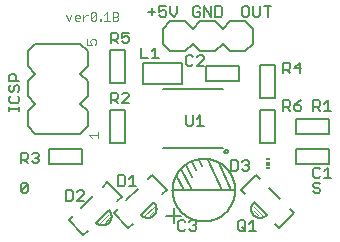
<source format=gto>
G75*
%MOIN*%
%OFA0B0*%
%FSLAX25Y25*%
%IPPOS*%
%LPD*%
%AMOC8*
5,1,8,0,0,1.08239X$1,22.5*
%
%ADD10C,0.00500*%
%ADD11C,0.00400*%
%ADD12C,0.00600*%
%ADD13C,0.00200*%
%ADD14R,0.01181X0.00591*%
%ADD15R,0.01181X0.01181*%
%ADD16C,0.00300*%
%ADD17C,0.00800*%
D10*
X0022073Y0016750D02*
X0023824Y0016750D01*
X0024408Y0017334D01*
X0024408Y0019669D01*
X0023824Y0020253D01*
X0022073Y0020253D01*
X0022073Y0016750D01*
X0025756Y0016750D02*
X0028091Y0019085D01*
X0028091Y0019669D01*
X0027508Y0020253D01*
X0026340Y0020253D01*
X0025756Y0019669D01*
X0025756Y0016750D02*
X0028091Y0016750D01*
X0039573Y0021750D02*
X0041324Y0021750D01*
X0041908Y0022334D01*
X0041908Y0024669D01*
X0041324Y0025253D01*
X0039573Y0025253D01*
X0039573Y0021750D01*
X0043256Y0021750D02*
X0045591Y0021750D01*
X0044424Y0021750D02*
X0044424Y0025253D01*
X0043256Y0024085D01*
X0057573Y0020250D02*
X0061573Y0020250D01*
X0058823Y0025250D01*
X0060323Y0027250D02*
X0064073Y0020250D01*
X0074073Y0020250D01*
X0069573Y0030250D01*
X0067573Y0028140D02*
X0066573Y0030250D01*
X0064073Y0029750D02*
X0065573Y0027000D01*
X0064073Y0024750D02*
X0062073Y0028750D01*
X0073073Y0029250D02*
X0077073Y0020250D01*
X0078573Y0020250D01*
X0077073Y0020250D02*
X0074073Y0020250D01*
X0057640Y0020250D02*
X0057643Y0020506D01*
X0057653Y0020762D01*
X0057668Y0021017D01*
X0057690Y0021273D01*
X0057718Y0021527D01*
X0057753Y0021781D01*
X0057794Y0022034D01*
X0057840Y0022285D01*
X0057893Y0022536D01*
X0057953Y0022785D01*
X0058018Y0023033D01*
X0058089Y0023279D01*
X0058167Y0023523D01*
X0058250Y0023765D01*
X0058339Y0024005D01*
X0058434Y0024243D01*
X0058535Y0024478D01*
X0058642Y0024711D01*
X0058754Y0024941D01*
X0058872Y0025168D01*
X0058995Y0025392D01*
X0059124Y0025614D01*
X0059259Y0025832D01*
X0059398Y0026046D01*
X0059543Y0026257D01*
X0059693Y0026465D01*
X0059848Y0026669D01*
X0060008Y0026869D01*
X0060173Y0027065D01*
X0060343Y0027256D01*
X0060517Y0027444D01*
X0060696Y0027627D01*
X0060879Y0027806D01*
X0061067Y0027980D01*
X0061258Y0028150D01*
X0061454Y0028315D01*
X0061654Y0028475D01*
X0061858Y0028630D01*
X0062066Y0028780D01*
X0062277Y0028925D01*
X0062491Y0029064D01*
X0062709Y0029199D01*
X0062931Y0029328D01*
X0063155Y0029451D01*
X0063382Y0029569D01*
X0063612Y0029681D01*
X0063845Y0029788D01*
X0064080Y0029889D01*
X0064318Y0029984D01*
X0064558Y0030073D01*
X0064800Y0030156D01*
X0065044Y0030234D01*
X0065290Y0030305D01*
X0065538Y0030370D01*
X0065787Y0030430D01*
X0066038Y0030483D01*
X0066289Y0030529D01*
X0066542Y0030570D01*
X0066796Y0030605D01*
X0067050Y0030633D01*
X0067306Y0030655D01*
X0067561Y0030670D01*
X0067817Y0030680D01*
X0068073Y0030683D01*
X0068329Y0030680D01*
X0068585Y0030670D01*
X0068840Y0030655D01*
X0069096Y0030633D01*
X0069350Y0030605D01*
X0069604Y0030570D01*
X0069857Y0030529D01*
X0070108Y0030483D01*
X0070359Y0030430D01*
X0070608Y0030370D01*
X0070856Y0030305D01*
X0071102Y0030234D01*
X0071346Y0030156D01*
X0071588Y0030073D01*
X0071828Y0029984D01*
X0072066Y0029889D01*
X0072301Y0029788D01*
X0072534Y0029681D01*
X0072764Y0029569D01*
X0072991Y0029451D01*
X0073215Y0029328D01*
X0073437Y0029199D01*
X0073655Y0029064D01*
X0073869Y0028925D01*
X0074080Y0028780D01*
X0074288Y0028630D01*
X0074492Y0028475D01*
X0074692Y0028315D01*
X0074888Y0028150D01*
X0075079Y0027980D01*
X0075267Y0027806D01*
X0075450Y0027627D01*
X0075629Y0027444D01*
X0075803Y0027256D01*
X0075973Y0027065D01*
X0076138Y0026869D01*
X0076298Y0026669D01*
X0076453Y0026465D01*
X0076603Y0026257D01*
X0076748Y0026046D01*
X0076887Y0025832D01*
X0077022Y0025614D01*
X0077151Y0025392D01*
X0077274Y0025168D01*
X0077392Y0024941D01*
X0077504Y0024711D01*
X0077611Y0024478D01*
X0077712Y0024243D01*
X0077807Y0024005D01*
X0077896Y0023765D01*
X0077979Y0023523D01*
X0078057Y0023279D01*
X0078128Y0023033D01*
X0078193Y0022785D01*
X0078253Y0022536D01*
X0078306Y0022285D01*
X0078352Y0022034D01*
X0078393Y0021781D01*
X0078428Y0021527D01*
X0078456Y0021273D01*
X0078478Y0021017D01*
X0078493Y0020762D01*
X0078503Y0020506D01*
X0078506Y0020250D01*
X0078503Y0019994D01*
X0078493Y0019738D01*
X0078478Y0019483D01*
X0078456Y0019227D01*
X0078428Y0018973D01*
X0078393Y0018719D01*
X0078352Y0018466D01*
X0078306Y0018215D01*
X0078253Y0017964D01*
X0078193Y0017715D01*
X0078128Y0017467D01*
X0078057Y0017221D01*
X0077979Y0016977D01*
X0077896Y0016735D01*
X0077807Y0016495D01*
X0077712Y0016257D01*
X0077611Y0016022D01*
X0077504Y0015789D01*
X0077392Y0015559D01*
X0077274Y0015332D01*
X0077151Y0015108D01*
X0077022Y0014886D01*
X0076887Y0014668D01*
X0076748Y0014454D01*
X0076603Y0014243D01*
X0076453Y0014035D01*
X0076298Y0013831D01*
X0076138Y0013631D01*
X0075973Y0013435D01*
X0075803Y0013244D01*
X0075629Y0013056D01*
X0075450Y0012873D01*
X0075267Y0012694D01*
X0075079Y0012520D01*
X0074888Y0012350D01*
X0074692Y0012185D01*
X0074492Y0012025D01*
X0074288Y0011870D01*
X0074080Y0011720D01*
X0073869Y0011575D01*
X0073655Y0011436D01*
X0073437Y0011301D01*
X0073215Y0011172D01*
X0072991Y0011049D01*
X0072764Y0010931D01*
X0072534Y0010819D01*
X0072301Y0010712D01*
X0072066Y0010611D01*
X0071828Y0010516D01*
X0071588Y0010427D01*
X0071346Y0010344D01*
X0071102Y0010266D01*
X0070856Y0010195D01*
X0070608Y0010130D01*
X0070359Y0010070D01*
X0070108Y0010017D01*
X0069857Y0009971D01*
X0069604Y0009930D01*
X0069350Y0009895D01*
X0069096Y0009867D01*
X0068840Y0009845D01*
X0068585Y0009830D01*
X0068329Y0009820D01*
X0068073Y0009817D01*
X0067817Y0009820D01*
X0067561Y0009830D01*
X0067306Y0009845D01*
X0067050Y0009867D01*
X0066796Y0009895D01*
X0066542Y0009930D01*
X0066289Y0009971D01*
X0066038Y0010017D01*
X0065787Y0010070D01*
X0065538Y0010130D01*
X0065290Y0010195D01*
X0065044Y0010266D01*
X0064800Y0010344D01*
X0064558Y0010427D01*
X0064318Y0010516D01*
X0064080Y0010611D01*
X0063845Y0010712D01*
X0063612Y0010819D01*
X0063382Y0010931D01*
X0063155Y0011049D01*
X0062931Y0011172D01*
X0062709Y0011301D01*
X0062491Y0011436D01*
X0062277Y0011575D01*
X0062066Y0011720D01*
X0061858Y0011870D01*
X0061654Y0012025D01*
X0061454Y0012185D01*
X0061258Y0012350D01*
X0061067Y0012520D01*
X0060879Y0012694D01*
X0060696Y0012873D01*
X0060517Y0013056D01*
X0060343Y0013244D01*
X0060173Y0013435D01*
X0060008Y0013631D01*
X0059848Y0013831D01*
X0059693Y0014035D01*
X0059543Y0014243D01*
X0059398Y0014454D01*
X0059259Y0014668D01*
X0059124Y0014886D01*
X0058995Y0015108D01*
X0058872Y0015332D01*
X0058754Y0015559D01*
X0058642Y0015789D01*
X0058535Y0016022D01*
X0058434Y0016257D01*
X0058339Y0016495D01*
X0058250Y0016735D01*
X0058167Y0016977D01*
X0058089Y0017221D01*
X0058018Y0017467D01*
X0057953Y0017715D01*
X0057893Y0017964D01*
X0057840Y0018215D01*
X0057794Y0018466D01*
X0057753Y0018719D01*
X0057718Y0018973D01*
X0057690Y0019227D01*
X0057668Y0019483D01*
X0057653Y0019738D01*
X0057643Y0019994D01*
X0057640Y0020250D01*
X0061573Y0020250D02*
X0064073Y0020250D01*
X0058073Y0014250D02*
X0058073Y0011750D01*
X0055573Y0011750D01*
X0058073Y0011750D02*
X0060573Y0011750D01*
X0060157Y0010253D02*
X0059573Y0009669D01*
X0059573Y0007334D01*
X0060157Y0006750D01*
X0061324Y0006750D01*
X0061908Y0007334D01*
X0063256Y0007334D02*
X0063840Y0006750D01*
X0065008Y0006750D01*
X0065591Y0007334D01*
X0065591Y0007918D01*
X0065008Y0008501D01*
X0064424Y0008501D01*
X0065008Y0008501D02*
X0065591Y0009085D01*
X0065591Y0009669D01*
X0065008Y0010253D01*
X0063840Y0010253D01*
X0063256Y0009669D01*
X0061908Y0009669D02*
X0061324Y0010253D01*
X0060157Y0010253D01*
X0058073Y0009250D02*
X0058073Y0011750D01*
X0079573Y0009669D02*
X0079573Y0007334D01*
X0080157Y0006750D01*
X0081324Y0006750D01*
X0081908Y0007334D01*
X0081908Y0009669D01*
X0081324Y0010253D01*
X0080157Y0010253D01*
X0079573Y0009669D01*
X0080741Y0007918D02*
X0081908Y0006750D01*
X0083256Y0006750D02*
X0085591Y0006750D01*
X0084424Y0006750D02*
X0084424Y0010253D01*
X0083256Y0009085D01*
X0104573Y0019834D02*
X0105157Y0019250D01*
X0106324Y0019250D01*
X0106908Y0019834D01*
X0106908Y0020418D01*
X0106324Y0021001D01*
X0105157Y0021001D01*
X0104573Y0021585D01*
X0104573Y0022169D01*
X0105157Y0022753D01*
X0106324Y0022753D01*
X0106908Y0022169D01*
X0106324Y0024250D02*
X0105157Y0024250D01*
X0104573Y0024834D01*
X0104573Y0027169D01*
X0105157Y0027753D01*
X0106324Y0027753D01*
X0106908Y0027169D01*
X0108256Y0026585D02*
X0109424Y0027753D01*
X0109424Y0024250D01*
X0110591Y0024250D02*
X0108256Y0024250D01*
X0106908Y0024834D02*
X0106324Y0024250D01*
X0109823Y0029000D02*
X0109823Y0034000D01*
X0098823Y0034000D01*
X0098823Y0029000D01*
X0109823Y0029000D01*
X0109823Y0039000D02*
X0098823Y0039000D01*
X0098823Y0044000D01*
X0109823Y0044000D01*
X0109823Y0039000D01*
X0109424Y0046750D02*
X0109424Y0050253D01*
X0108256Y0049085D01*
X0106908Y0049669D02*
X0106908Y0048501D01*
X0106324Y0047918D01*
X0104573Y0047918D01*
X0105741Y0047918D02*
X0106908Y0046750D01*
X0108256Y0046750D02*
X0110591Y0046750D01*
X0106908Y0049669D02*
X0106324Y0050253D01*
X0104573Y0050253D01*
X0104573Y0046750D01*
X0100591Y0047334D02*
X0100591Y0047918D01*
X0100008Y0048501D01*
X0098256Y0048501D01*
X0098256Y0047334D01*
X0098840Y0046750D01*
X0100008Y0046750D01*
X0100591Y0047334D01*
X0099424Y0049669D02*
X0098256Y0048501D01*
X0096908Y0048501D02*
X0096908Y0049669D01*
X0096324Y0050253D01*
X0094573Y0050253D01*
X0094573Y0046750D01*
X0094573Y0047918D02*
X0096324Y0047918D01*
X0096908Y0048501D01*
X0095741Y0047918D02*
X0096908Y0046750D01*
X0099424Y0049669D02*
X0100591Y0050253D01*
X0091823Y0051000D02*
X0086823Y0051000D01*
X0086823Y0062000D01*
X0091823Y0062000D01*
X0091823Y0051000D01*
X0091823Y0047000D02*
X0086823Y0047000D01*
X0086823Y0036000D01*
X0091823Y0036000D01*
X0091823Y0047000D01*
X0079823Y0056500D02*
X0079823Y0061500D01*
X0068823Y0061500D01*
X0068823Y0056500D01*
X0079823Y0056500D01*
X0068091Y0061750D02*
X0065756Y0061750D01*
X0068091Y0064085D01*
X0068091Y0064669D01*
X0067508Y0065253D01*
X0066340Y0065253D01*
X0065756Y0064669D01*
X0064408Y0064669D02*
X0063824Y0065253D01*
X0062657Y0065253D01*
X0062073Y0064669D01*
X0062073Y0062334D01*
X0062657Y0061750D01*
X0063824Y0061750D01*
X0064408Y0062334D01*
X0060823Y0062500D02*
X0047823Y0062500D01*
X0047823Y0055500D01*
X0060823Y0055500D01*
X0060823Y0062500D01*
X0053091Y0064250D02*
X0050756Y0064250D01*
X0051924Y0064250D02*
X0051924Y0067753D01*
X0050756Y0066585D01*
X0049408Y0064250D02*
X0047073Y0064250D01*
X0047073Y0067753D01*
X0043091Y0069834D02*
X0042508Y0069250D01*
X0041340Y0069250D01*
X0040756Y0069834D01*
X0039408Y0069250D02*
X0038241Y0070418D01*
X0038824Y0070418D02*
X0037073Y0070418D01*
X0037073Y0069250D02*
X0037073Y0072753D01*
X0038824Y0072753D01*
X0039408Y0072169D01*
X0039408Y0071001D01*
X0038824Y0070418D01*
X0040756Y0071001D02*
X0041924Y0071585D01*
X0042508Y0071585D01*
X0043091Y0071001D01*
X0043091Y0069834D01*
X0040756Y0071001D02*
X0040756Y0072753D01*
X0043091Y0072753D01*
X0050741Y0078584D02*
X0050741Y0080919D01*
X0049573Y0079751D02*
X0051908Y0079751D01*
X0053256Y0079751D02*
X0054424Y0080335D01*
X0055008Y0080335D01*
X0055591Y0079751D01*
X0055591Y0078584D01*
X0055008Y0078000D01*
X0053840Y0078000D01*
X0053256Y0078584D01*
X0053256Y0079751D02*
X0053256Y0081503D01*
X0055591Y0081503D01*
X0056939Y0081503D02*
X0056939Y0079168D01*
X0058107Y0078000D01*
X0059275Y0079168D01*
X0059275Y0081503D01*
X0064573Y0080919D02*
X0064573Y0078584D01*
X0065157Y0078000D01*
X0066324Y0078000D01*
X0066908Y0078584D01*
X0066908Y0079751D01*
X0065741Y0079751D01*
X0066908Y0080919D02*
X0066324Y0081503D01*
X0065157Y0081503D01*
X0064573Y0080919D01*
X0068256Y0081503D02*
X0068256Y0078000D01*
X0070591Y0078000D02*
X0070591Y0081503D01*
X0071939Y0081503D02*
X0073691Y0081503D01*
X0074275Y0080919D01*
X0074275Y0078584D01*
X0073691Y0078000D01*
X0071939Y0078000D01*
X0071939Y0081503D01*
X0068256Y0081503D02*
X0070591Y0078000D01*
X0080823Y0078584D02*
X0081407Y0078000D01*
X0082574Y0078000D01*
X0083158Y0078584D01*
X0083158Y0080919D01*
X0082574Y0081503D01*
X0081407Y0081503D01*
X0080823Y0080919D01*
X0080823Y0078584D01*
X0084506Y0078584D02*
X0085090Y0078000D01*
X0086258Y0078000D01*
X0086841Y0078584D01*
X0086841Y0081503D01*
X0088189Y0081503D02*
X0090525Y0081503D01*
X0089357Y0081503D02*
X0089357Y0078000D01*
X0084506Y0078584D02*
X0084506Y0081503D01*
X0094573Y0062753D02*
X0096324Y0062753D01*
X0096908Y0062169D01*
X0096908Y0061001D01*
X0096324Y0060418D01*
X0094573Y0060418D01*
X0095741Y0060418D02*
X0096908Y0059250D01*
X0098256Y0061001D02*
X0100591Y0061001D01*
X0100008Y0059250D02*
X0100008Y0062753D01*
X0098256Y0061001D01*
X0094573Y0059250D02*
X0094573Y0062753D01*
X0066924Y0045253D02*
X0066924Y0041750D01*
X0068091Y0041750D02*
X0065756Y0041750D01*
X0064408Y0042334D02*
X0064408Y0045253D01*
X0065756Y0044085D02*
X0066924Y0045253D01*
X0064408Y0042334D02*
X0063824Y0041750D01*
X0062657Y0041750D01*
X0062073Y0042334D01*
X0062073Y0045253D01*
X0074888Y0033150D02*
X0074890Y0033197D01*
X0074896Y0033244D01*
X0074906Y0033291D01*
X0074919Y0033336D01*
X0074937Y0033380D01*
X0074958Y0033422D01*
X0074982Y0033463D01*
X0075010Y0033501D01*
X0075041Y0033537D01*
X0075075Y0033570D01*
X0075111Y0033600D01*
X0075150Y0033627D01*
X0075191Y0033651D01*
X0075234Y0033671D01*
X0075278Y0033687D01*
X0075324Y0033700D01*
X0075370Y0033709D01*
X0075418Y0033714D01*
X0075465Y0033715D01*
X0075512Y0033712D01*
X0075559Y0033705D01*
X0075605Y0033694D01*
X0075650Y0033680D01*
X0075694Y0033661D01*
X0075735Y0033639D01*
X0075775Y0033614D01*
X0075813Y0033585D01*
X0075848Y0033554D01*
X0075881Y0033519D01*
X0075910Y0033482D01*
X0075936Y0033443D01*
X0075959Y0033401D01*
X0075978Y0033358D01*
X0075994Y0033313D01*
X0076006Y0033267D01*
X0076014Y0033221D01*
X0076018Y0033174D01*
X0076018Y0033126D01*
X0076014Y0033079D01*
X0076006Y0033033D01*
X0075994Y0032987D01*
X0075978Y0032942D01*
X0075959Y0032899D01*
X0075936Y0032857D01*
X0075910Y0032818D01*
X0075881Y0032781D01*
X0075848Y0032746D01*
X0075813Y0032715D01*
X0075775Y0032686D01*
X0075736Y0032661D01*
X0075694Y0032639D01*
X0075650Y0032620D01*
X0075605Y0032606D01*
X0075559Y0032595D01*
X0075512Y0032588D01*
X0075465Y0032585D01*
X0075418Y0032586D01*
X0075370Y0032591D01*
X0075324Y0032600D01*
X0075278Y0032613D01*
X0075234Y0032629D01*
X0075191Y0032649D01*
X0075150Y0032673D01*
X0075111Y0032700D01*
X0075075Y0032730D01*
X0075041Y0032763D01*
X0075010Y0032799D01*
X0074982Y0032837D01*
X0074958Y0032878D01*
X0074937Y0032920D01*
X0074919Y0032964D01*
X0074906Y0033009D01*
X0074896Y0033056D01*
X0074890Y0033103D01*
X0074888Y0033150D01*
X0077073Y0030253D02*
X0078824Y0030253D01*
X0079408Y0029669D01*
X0079408Y0027334D01*
X0078824Y0026750D01*
X0077073Y0026750D01*
X0077073Y0030253D01*
X0080756Y0029669D02*
X0081340Y0030253D01*
X0082508Y0030253D01*
X0083091Y0029669D01*
X0083091Y0029085D01*
X0082508Y0028501D01*
X0083091Y0027918D01*
X0083091Y0027334D01*
X0082508Y0026750D01*
X0081340Y0026750D01*
X0080756Y0027334D01*
X0081924Y0028501D02*
X0082508Y0028501D01*
X0043091Y0049250D02*
X0040756Y0049250D01*
X0043091Y0051585D01*
X0043091Y0052169D01*
X0042508Y0052753D01*
X0041340Y0052753D01*
X0040756Y0052169D01*
X0039408Y0052169D02*
X0039408Y0051001D01*
X0038824Y0050418D01*
X0037073Y0050418D01*
X0038241Y0050418D02*
X0039408Y0049250D01*
X0037073Y0049250D02*
X0037073Y0052753D01*
X0038824Y0052753D01*
X0039408Y0052169D01*
X0041823Y0056000D02*
X0036823Y0056000D01*
X0036823Y0067000D01*
X0041823Y0067000D01*
X0041823Y0056000D01*
X0041823Y0047000D02*
X0036823Y0047000D01*
X0036823Y0036000D01*
X0041823Y0036000D01*
X0041823Y0047000D01*
X0027323Y0034000D02*
X0027323Y0029000D01*
X0016323Y0029000D01*
X0016323Y0034000D01*
X0027323Y0034000D01*
X0013091Y0032169D02*
X0013091Y0031585D01*
X0012508Y0031001D01*
X0013091Y0030418D01*
X0013091Y0029834D01*
X0012508Y0029250D01*
X0011340Y0029250D01*
X0010756Y0029834D01*
X0009408Y0029250D02*
X0008241Y0030418D01*
X0008824Y0030418D02*
X0007073Y0030418D01*
X0007073Y0029250D02*
X0007073Y0032753D01*
X0008824Y0032753D01*
X0009408Y0032169D01*
X0009408Y0031001D01*
X0008824Y0030418D01*
X0010756Y0032169D02*
X0011340Y0032753D01*
X0012508Y0032753D01*
X0013091Y0032169D01*
X0012508Y0031001D02*
X0011924Y0031001D01*
X0008824Y0022753D02*
X0007657Y0022753D01*
X0007073Y0022169D01*
X0007073Y0019834D01*
X0009408Y0022169D01*
X0009408Y0019834D01*
X0008824Y0019250D01*
X0007657Y0019250D01*
X0007073Y0019834D01*
X0009408Y0022169D02*
X0008824Y0022753D01*
X0006573Y0046750D02*
X0006573Y0047918D01*
X0006573Y0047334D02*
X0003070Y0047334D01*
X0003070Y0046750D02*
X0003070Y0047918D01*
X0003654Y0049205D02*
X0005989Y0049205D01*
X0006573Y0049789D01*
X0006573Y0050957D01*
X0005989Y0051541D01*
X0005989Y0052889D02*
X0006573Y0053472D01*
X0006573Y0054640D01*
X0005989Y0055224D01*
X0005405Y0055224D01*
X0004821Y0054640D01*
X0004821Y0053472D01*
X0004238Y0052889D01*
X0003654Y0052889D01*
X0003070Y0053472D01*
X0003070Y0054640D01*
X0003654Y0055224D01*
X0003070Y0056572D02*
X0003070Y0058323D01*
X0003654Y0058907D01*
X0004821Y0058907D01*
X0005405Y0058323D01*
X0005405Y0056572D01*
X0006573Y0056572D02*
X0003070Y0056572D01*
X0003654Y0051541D02*
X0003070Y0050957D01*
X0003070Y0049789D01*
X0003654Y0049205D01*
D11*
X0022957Y0076700D02*
X0023891Y0078568D01*
X0024969Y0078101D02*
X0025437Y0078568D01*
X0026371Y0078568D01*
X0026838Y0078101D01*
X0026838Y0077634D01*
X0024969Y0077634D01*
X0024969Y0077167D02*
X0024969Y0078101D01*
X0024969Y0077167D02*
X0025437Y0076700D01*
X0026371Y0076700D01*
X0027916Y0076700D02*
X0027916Y0078568D01*
X0027916Y0077634D02*
X0028850Y0078568D01*
X0029317Y0078568D01*
X0030371Y0079035D02*
X0030371Y0077167D01*
X0032240Y0079035D01*
X0032240Y0077167D01*
X0031773Y0076700D01*
X0030838Y0076700D01*
X0030371Y0077167D01*
X0030371Y0079035D02*
X0030838Y0079502D01*
X0031773Y0079502D01*
X0032240Y0079035D01*
X0033318Y0077167D02*
X0033785Y0077167D01*
X0033785Y0076700D01*
X0033318Y0076700D01*
X0033318Y0077167D01*
X0034791Y0076700D02*
X0036659Y0076700D01*
X0035725Y0076700D02*
X0035725Y0079502D01*
X0034791Y0078568D01*
X0037738Y0078101D02*
X0039139Y0078101D01*
X0039606Y0077634D01*
X0039606Y0077167D01*
X0039139Y0076700D01*
X0037738Y0076700D01*
X0037738Y0079502D01*
X0039139Y0079502D01*
X0039606Y0079035D01*
X0039606Y0078568D01*
X0039139Y0078101D01*
X0022957Y0076700D02*
X0022023Y0078568D01*
D12*
X0022984Y0010111D02*
X0027934Y0005161D01*
X0029348Y0006575D01*
X0032177Y0009404D02*
X0036419Y0013646D01*
X0037984Y0012611D02*
X0042934Y0007661D01*
X0044348Y0009075D01*
X0047177Y0011904D02*
X0051419Y0016146D01*
X0051495Y0016068D01*
X0051567Y0015988D01*
X0051636Y0015905D01*
X0051703Y0015819D01*
X0051766Y0015731D01*
X0051826Y0015641D01*
X0051882Y0015548D01*
X0051936Y0015454D01*
X0051986Y0015358D01*
X0052032Y0015260D01*
X0052075Y0015161D01*
X0052114Y0015060D01*
X0052149Y0014957D01*
X0052181Y0014854D01*
X0052209Y0014749D01*
X0052234Y0014643D01*
X0052254Y0014537D01*
X0052271Y0014430D01*
X0052283Y0014322D01*
X0052292Y0014214D01*
X0052297Y0014106D01*
X0052298Y0013998D01*
X0052295Y0013890D01*
X0052288Y0013782D01*
X0052277Y0013674D01*
X0052263Y0013566D01*
X0052244Y0013460D01*
X0052222Y0013354D01*
X0052196Y0013249D01*
X0052166Y0013144D01*
X0052132Y0013041D01*
X0052095Y0012940D01*
X0052054Y0012840D01*
X0052009Y0012741D01*
X0051961Y0012644D01*
X0051910Y0012549D01*
X0051855Y0012455D01*
X0051796Y0012364D01*
X0051735Y0012275D01*
X0051670Y0012188D01*
X0051602Y0012104D01*
X0051531Y0012022D01*
X0051457Y0011942D01*
X0051381Y0011866D01*
X0051301Y0011792D01*
X0051219Y0011721D01*
X0051135Y0011653D01*
X0051048Y0011588D01*
X0050959Y0011527D01*
X0050868Y0011468D01*
X0050774Y0011413D01*
X0050679Y0011362D01*
X0050582Y0011314D01*
X0050483Y0011269D01*
X0050383Y0011228D01*
X0050282Y0011191D01*
X0050179Y0011157D01*
X0050074Y0011127D01*
X0049969Y0011101D01*
X0049863Y0011079D01*
X0049757Y0011060D01*
X0049649Y0011046D01*
X0049541Y0011035D01*
X0049433Y0011028D01*
X0049325Y0011025D01*
X0049217Y0011026D01*
X0049109Y0011031D01*
X0049001Y0011040D01*
X0048893Y0011052D01*
X0048786Y0011069D01*
X0048680Y0011089D01*
X0048574Y0011114D01*
X0048469Y0011142D01*
X0048366Y0011174D01*
X0048263Y0011209D01*
X0048162Y0011248D01*
X0048063Y0011291D01*
X0047965Y0011337D01*
X0047869Y0011387D01*
X0047775Y0011441D01*
X0047682Y0011497D01*
X0047592Y0011557D01*
X0047504Y0011620D01*
X0047418Y0011687D01*
X0047335Y0011756D01*
X0047255Y0011828D01*
X0047177Y0011904D01*
X0042227Y0016854D02*
X0046116Y0020743D01*
X0049298Y0023925D02*
X0050712Y0025339D01*
X0055662Y0020389D01*
X0054248Y0018975D01*
X0040662Y0017889D02*
X0039248Y0016475D01*
X0040662Y0017889D02*
X0035712Y0022839D01*
X0034298Y0021425D01*
X0031116Y0018243D02*
X0027227Y0014354D01*
X0024398Y0011525D02*
X0022984Y0010111D01*
X0032177Y0009404D02*
X0032255Y0009328D01*
X0032335Y0009256D01*
X0032418Y0009187D01*
X0032504Y0009120D01*
X0032592Y0009057D01*
X0032682Y0008997D01*
X0032775Y0008941D01*
X0032869Y0008887D01*
X0032965Y0008837D01*
X0033063Y0008791D01*
X0033162Y0008748D01*
X0033263Y0008709D01*
X0033366Y0008674D01*
X0033469Y0008642D01*
X0033574Y0008614D01*
X0033680Y0008589D01*
X0033786Y0008569D01*
X0033893Y0008552D01*
X0034001Y0008540D01*
X0034109Y0008531D01*
X0034217Y0008526D01*
X0034325Y0008525D01*
X0034433Y0008528D01*
X0034541Y0008535D01*
X0034649Y0008546D01*
X0034757Y0008560D01*
X0034863Y0008579D01*
X0034969Y0008601D01*
X0035074Y0008627D01*
X0035179Y0008657D01*
X0035282Y0008691D01*
X0035383Y0008728D01*
X0035483Y0008769D01*
X0035582Y0008814D01*
X0035679Y0008862D01*
X0035774Y0008913D01*
X0035868Y0008968D01*
X0035959Y0009027D01*
X0036048Y0009088D01*
X0036135Y0009153D01*
X0036219Y0009221D01*
X0036301Y0009292D01*
X0036381Y0009366D01*
X0036457Y0009442D01*
X0036531Y0009522D01*
X0036602Y0009604D01*
X0036670Y0009688D01*
X0036735Y0009775D01*
X0036796Y0009864D01*
X0036855Y0009955D01*
X0036910Y0010049D01*
X0036961Y0010144D01*
X0037009Y0010241D01*
X0037054Y0010340D01*
X0037095Y0010440D01*
X0037132Y0010541D01*
X0037166Y0010644D01*
X0037196Y0010749D01*
X0037222Y0010854D01*
X0037244Y0010960D01*
X0037263Y0011066D01*
X0037277Y0011174D01*
X0037288Y0011282D01*
X0037295Y0011390D01*
X0037298Y0011498D01*
X0037297Y0011606D01*
X0037292Y0011714D01*
X0037283Y0011822D01*
X0037271Y0011930D01*
X0037254Y0012037D01*
X0037234Y0012143D01*
X0037209Y0012249D01*
X0037181Y0012354D01*
X0037149Y0012457D01*
X0037114Y0012560D01*
X0037075Y0012661D01*
X0037032Y0012760D01*
X0036986Y0012858D01*
X0036936Y0012954D01*
X0036882Y0013048D01*
X0036826Y0013141D01*
X0036766Y0013231D01*
X0036703Y0013319D01*
X0036636Y0013405D01*
X0036567Y0013488D01*
X0036495Y0013568D01*
X0036419Y0013646D01*
X0037984Y0012611D02*
X0039398Y0014025D01*
X0054325Y0034201D02*
X0074421Y0034201D01*
X0085434Y0025339D02*
X0080484Y0020389D01*
X0081898Y0018975D01*
X0084727Y0016146D02*
X0088969Y0011904D01*
X0088891Y0011828D01*
X0088811Y0011756D01*
X0088728Y0011687D01*
X0088642Y0011620D01*
X0088554Y0011557D01*
X0088464Y0011497D01*
X0088371Y0011441D01*
X0088277Y0011387D01*
X0088181Y0011337D01*
X0088083Y0011291D01*
X0087984Y0011248D01*
X0087883Y0011209D01*
X0087780Y0011174D01*
X0087677Y0011142D01*
X0087572Y0011114D01*
X0087466Y0011089D01*
X0087360Y0011069D01*
X0087253Y0011052D01*
X0087145Y0011040D01*
X0087037Y0011031D01*
X0086929Y0011026D01*
X0086821Y0011025D01*
X0086713Y0011028D01*
X0086605Y0011035D01*
X0086497Y0011046D01*
X0086389Y0011060D01*
X0086283Y0011079D01*
X0086177Y0011101D01*
X0086072Y0011127D01*
X0085967Y0011157D01*
X0085864Y0011191D01*
X0085763Y0011228D01*
X0085663Y0011269D01*
X0085564Y0011314D01*
X0085467Y0011362D01*
X0085372Y0011413D01*
X0085278Y0011468D01*
X0085187Y0011527D01*
X0085098Y0011588D01*
X0085011Y0011653D01*
X0084927Y0011721D01*
X0084845Y0011792D01*
X0084765Y0011866D01*
X0084689Y0011942D01*
X0084615Y0012022D01*
X0084544Y0012104D01*
X0084476Y0012188D01*
X0084411Y0012275D01*
X0084350Y0012364D01*
X0084291Y0012455D01*
X0084236Y0012549D01*
X0084185Y0012644D01*
X0084137Y0012741D01*
X0084092Y0012840D01*
X0084051Y0012940D01*
X0084014Y0013041D01*
X0083980Y0013144D01*
X0083950Y0013249D01*
X0083924Y0013354D01*
X0083902Y0013460D01*
X0083883Y0013566D01*
X0083869Y0013674D01*
X0083858Y0013782D01*
X0083851Y0013890D01*
X0083848Y0013998D01*
X0083849Y0014106D01*
X0083854Y0014214D01*
X0083863Y0014322D01*
X0083875Y0014430D01*
X0083892Y0014537D01*
X0083912Y0014643D01*
X0083937Y0014749D01*
X0083965Y0014854D01*
X0083997Y0014957D01*
X0084032Y0015060D01*
X0084071Y0015161D01*
X0084114Y0015260D01*
X0084160Y0015358D01*
X0084210Y0015454D01*
X0084264Y0015548D01*
X0084320Y0015641D01*
X0084380Y0015731D01*
X0084443Y0015819D01*
X0084510Y0015905D01*
X0084579Y0015988D01*
X0084651Y0016068D01*
X0084727Y0016146D01*
X0089677Y0021096D02*
X0093566Y0017207D01*
X0096748Y0014025D02*
X0098162Y0012611D01*
X0093212Y0007661D01*
X0091798Y0009075D01*
X0086848Y0023925D02*
X0085434Y0025339D01*
X0074421Y0053799D02*
X0054325Y0053799D01*
X0029323Y0051500D02*
X0026823Y0049000D01*
X0029323Y0046500D01*
X0029323Y0041500D01*
X0026823Y0039000D01*
X0011823Y0039000D01*
X0009323Y0041500D01*
X0009323Y0046500D01*
X0011823Y0049000D01*
X0009323Y0051500D01*
X0009323Y0056500D01*
X0011823Y0059000D01*
X0009323Y0061500D01*
X0009323Y0066500D01*
X0011823Y0069000D01*
X0026823Y0069000D01*
X0029323Y0066500D01*
X0029323Y0061500D01*
X0026823Y0059000D01*
X0029323Y0056500D01*
X0029323Y0051500D01*
D13*
X0051419Y0014732D02*
X0048591Y0011904D01*
X0050005Y0011904D02*
X0051419Y0013318D01*
X0036419Y0012232D02*
X0033591Y0009404D01*
X0035005Y0009404D02*
X0036419Y0010818D01*
X0084727Y0013318D02*
X0086141Y0011904D01*
X0087555Y0011904D02*
X0084727Y0014732D01*
D14*
X0089414Y0027524D03*
X0089414Y0030476D03*
D15*
X0089414Y0029000D03*
D16*
X0032673Y0037650D02*
X0032673Y0039585D01*
X0032673Y0038617D02*
X0029770Y0038617D01*
X0030738Y0037650D01*
X0030722Y0068650D02*
X0029270Y0068650D01*
X0029270Y0070585D01*
X0030238Y0070101D02*
X0030238Y0069617D01*
X0030722Y0068650D01*
X0031689Y0068650D02*
X0032173Y0069134D01*
X0032173Y0070101D01*
X0031689Y0070585D01*
X0030722Y0070585D01*
X0030238Y0070101D01*
D17*
X0054323Y0069000D02*
X0056823Y0066500D01*
X0061823Y0066500D01*
X0064323Y0069000D01*
X0066823Y0066500D01*
X0071823Y0066500D01*
X0074323Y0069000D01*
X0076823Y0066500D01*
X0081823Y0066500D01*
X0084323Y0069000D01*
X0084323Y0074000D01*
X0081823Y0076500D01*
X0076823Y0076500D01*
X0074323Y0074000D01*
X0071823Y0076500D01*
X0066823Y0076500D01*
X0064323Y0074000D01*
X0061823Y0076500D01*
X0056823Y0076500D01*
X0054323Y0074000D01*
X0054323Y0069000D01*
M02*

</source>
